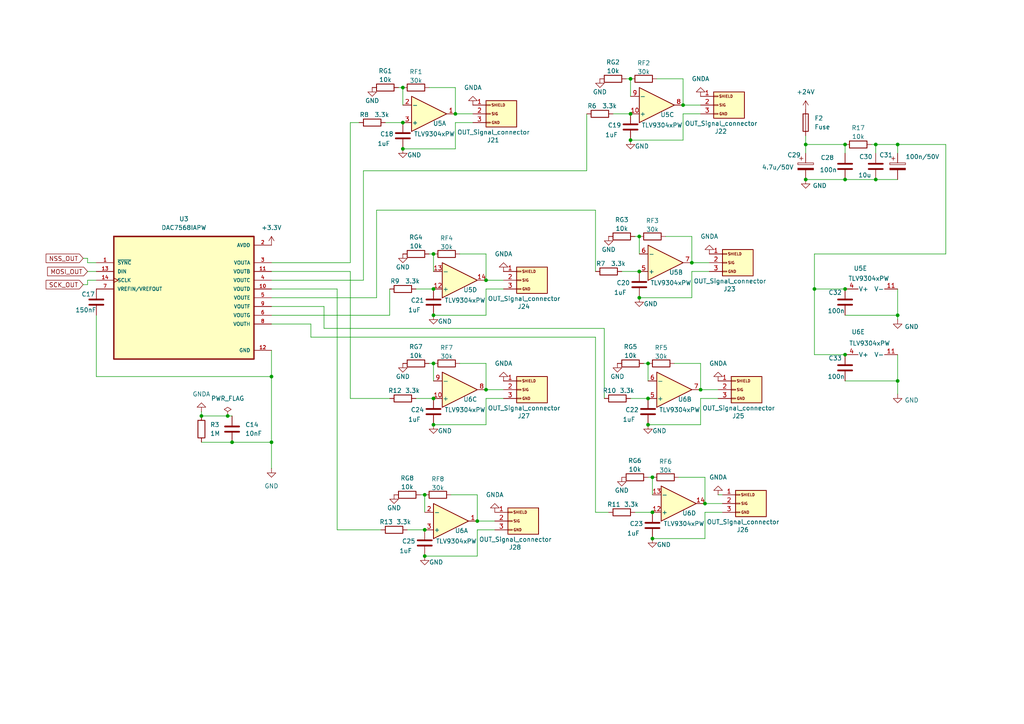
<source format=kicad_sch>
(kicad_sch (version 20250114) (generator "eeschema") (generator_version "9.0")
  (paper "A4")
  (lib_symbols
    (symbol "Amplifier_Operational:TLV9304xPW" (pin_names (offset 0.127))
      (property "Reference" "U" (at 0 5.08 0))
      (property "Value" "TLV9304xPW" (at 0 -5.08 0))
      (symbol "TLV9304xPW_1_1"
        (polyline (pts (xy -5.08 5.08) (xy 5.08 0) (xy -5.08 -5.08) (xy -5.08 5.08)) (stroke (width 0.254)) (fill (type background)))
        (pin input line (at -7.62 2.54 0) (length 2.54) (name "+") (number "3"))
        (pin input line (at -7.62 -2.54 0) (length 2.54) (name "-") (number "2"))
        (pin output line (at 7.62 0 180) (length 2.54) (name "~") (number "1"))
      )
      (symbol "TLV9304xPW_2_1"
        (polyline (pts (xy -5.08 5.08) (xy 5.08 0) (xy -5.08 -5.08) (xy -5.08 5.08)) (stroke (width 0.254)) (fill (type background)))
        (pin input line (at -7.62 2.54 0) (length 2.54) (name "+") (number "5"))
        (pin input line (at -7.62 -2.54 0) (length 2.54) (name "-") (number "6"))
        (pin output line (at 7.62 0 180) (length 2.54) (name "~") (number "7"))
      )
      (symbol "TLV9304xPW_3_1"
        (polyline (pts (xy -5.08 5.08) (xy 5.08 0) (xy -5.08 -5.08) (xy -5.08 5.08)) (stroke (width 0.254)) (fill (type background)))
        (pin input line (at -7.62 2.54 0) (length 2.54) (name "+") (number "10"))
        (pin input line (at -7.62 -2.54 0) (length 2.54) (name "-") (number "9"))
        (pin output line (at 7.62 0 180) (length 2.54) (name "~") (number "8"))
      )
      (symbol "TLV9304xPW_4_1"
        (polyline (pts (xy -5.08 5.08) (xy 5.08 0) (xy -5.08 -5.08) (xy -5.08 5.08)) (stroke (width 0.254)) (fill (type background)))
        (pin input line (at -7.62 2.54 0) (length 2.54) (name "+") (number "12"))
        (pin input line (at -7.62 -2.54 0) (length 2.54) (name "-") (number "13"))
        (pin output line (at 7.62 0 180) (length 2.54) (name "~") (number "14"))
      )
      (symbol "TLV9304xPW_5_1"
        (pin power_in line (at -2.54 7.62 270) (length 3.81) (name "V+") (number "4"))
        (pin power_in line (at -2.54 -7.62 90) (length 3.81) (name "V-") (number "11"))
      )
    )
    (symbol "Conn_01x04_1" (pin_names (offset 1.016) (hide yes))
      (property "Reference" "J6" (at 8.89 0.0001 0))
      (property "Value" "OUT_Signal_connector" (at 8.89 -2.5399 0))
      (symbol "Conn_01x04_1_1_1"
        (rectangle (start -1.27 3.81) (end 7.62 -3.81) (stroke (width 0.254)) (fill (type background)))
        (rectangle (start -1.27 2.667) (end 0 2.413) (stroke (width 0.1524)))
        (rectangle (start -1.27 0.127) (end 0 -0.127) (stroke (width 0.1524)))
        (rectangle (start -1.27 -2.413) (end 0 -2.667) (stroke (width 0.1524)))
        (text "SIG" (at 1.27 0 0) (effects (font (size 0.762 0.762))))
        (text "GND\n" (at 1.524 -2.54 0) (effects (font (size 0.762 0.762))))
        (text "SHIELD\n" (at 2.286 2.54 0) (effects (font (size 0.762 0.762))))
        (pin passive line (at -5.08 2.54 0) (length 3.81) (name "SHIELD") (number "1"))
        (pin passive line (at -5.08 0 0) (length 3.81) (name "GND") (number "2"))
        (pin passive line (at -5.08 -2.54 0) (length 3.81) (name "SIG") (number "3"))
      )
    )
    (symbol "DAC7568IAPW:DAC7568IAPW" (pin_names (offset 1.016))
      (property "Reference" "U" (at -20.32 18.78 0))
      (property "Value" "DAC7568IAPW" (at -20.32 -21.78 0))
      (symbol "DAC7568IAPW_0_0"
        (rectangle (start -20.32 -17.78) (end 20.32 17.78) (stroke (width 0.41)) (fill (type background)))
        (pin input line (at -25.4 10.16 0) (length 5.08) (name "~{SYNC}") (number "1"))
        (pin input line (at -25.4 7.62 0) (length 5.08) (name "DIN") (number "13"))
        (pin input clock (at -25.4 5.08 0) (length 5.08) (name "SCLK") (number "14"))
        (pin input line (at -25.4 2.54 0) (length 5.08) (name "VREFIN/VREFOUT") (number "7"))
        (pin power_in line (at 25.4 15.24 180) (length 5.08) (name "AVDD") (number "2"))
        (pin output line (at 25.4 10.16 180) (length 5.08) (name "VOUTA") (number "3"))
        (pin output line (at 25.4 7.62 180) (length 5.08) (name "VOUTB") (number "11"))
        (pin output line (at 25.4 5.08 180) (length 5.08) (name "VOUTC") (number "4"))
        (pin output line (at 25.4 2.54 180) (length 5.08) (name "VOUTD") (number "10"))
        (pin output line (at 25.4 0 180) (length 5.08) (name "VOUTE") (number "5"))
        (pin output line (at 25.4 -2.54 180) (length 5.08) (name "VOUTF") (number "9"))
        (pin output line (at 25.4 -5.08 180) (length 5.08) (name "VOUTG") (number "6"))
        (pin output line (at 25.4 -7.62 180) (length 5.08) (name "VOUTH") (number "8"))
        (pin power_in line (at 25.4 -15.24 180) (length 5.08) (name "GND") (number "12"))
      )
    )
    (symbol "Device:C" (pin_numbers (hide yes)) (pin_names (offset 0.254))
      (property "Reference" "C" (at 0.635 2.54 0))
      (property "Value" "C" (at 0.635 -2.54 0))
      (symbol "C_0_1"
        (polyline (pts (xy -2.032 0.762) (xy 2.032 0.762)) (stroke (width 0.508)))
        (polyline (pts (xy -2.032 -0.762) (xy 2.032 -0.762)) (stroke (width 0.508)))
      )
      (symbol "C_1_1"
        (pin passive line (at 0 3.81 270) (length 2.794) (name "~") (number "1"))
        (pin passive line (at 0 -3.81 90) (length 2.794) (name "~") (number "2"))
      )
    )
    (symbol "Device:C_Polarized" (pin_numbers (hide yes)) (pin_names (offset 0.254))
      (property "Reference" "C" (at 0.635 2.54 0))
      (property "Value" "C_Polarized" (at 0.635 -2.54 0))
      (symbol "C_Polarized_0_1"
        (rectangle (start -2.286 0.508) (end 2.286 1.016))
        (polyline (pts (xy -1.778 2.286) (xy -0.762 2.286)))
        (polyline (pts (xy -1.27 2.794) (xy -1.27 1.778)))
        (rectangle (start 2.286 -0.508) (end -2.286 -1.016) (fill (type outline)))
      )
      (symbol "C_Polarized_1_1"
        (pin passive line (at 0 3.81 270) (length 2.794) (name "~") (number "1"))
        (pin passive line (at 0 -3.81 90) (length 2.794) (name "~") (number "2"))
      )
    )
    (symbol "Device:Fuse" (pin_numbers (hide yes)) (pin_names (offset 0))
      (property "Reference" "F" (at 2.032 0 90))
      (property "Value" "Fuse" (at -1.905 0 90))
      (symbol "Fuse_0_1"
        (rectangle (start -0.762 -2.54) (end 0.762 2.54) (stroke (width 0.254)))
        (polyline (pts (xy 0 2.54) (xy 0 -2.54)))
      )
      (symbol "Fuse_1_1"
        (pin passive line (at 0 3.81 270) (length 1.27) (name "~") (number "1"))
        (pin passive line (at 0 -3.81 90) (length 1.27) (name "~") (number "2"))
      )
    )
    (symbol "Device:R" (pin_numbers (hide yes)) (pin_names (offset 0))
      (property "Reference" "R" (at 2.032 0 90))
      (property "Value" "R" (at 0 0 90))
      (symbol "R_0_1"
        (rectangle (start -1.016 -2.54) (end 1.016 2.54) (stroke (width 0.254)))
      )
      (symbol "R_1_1"
        (pin passive line (at 0 3.81 270) (length 1.27) (name "~") (number "1"))
        (pin passive line (at 0 -3.81 90) (length 1.27) (name "~") (number "2"))
      )
    )
    (symbol "power:+24V" (power) (pin_numbers (hide yes)) (pin_names (offset 0) (hide yes))
      (property "Value" "+24V" (at 0 3.556 0))
      (symbol "+24V_0_1"
        (polyline (pts (xy -0.762 1.27) (xy 0 2.54)))
        (polyline (pts (xy 0 2.54) (xy 0.762 1.27)))
        (polyline (pts (xy 0 0) (xy 0 2.54)))
      )
      (symbol "+24V_1_1"
        (pin power_in line (at 0 0 90) (length 0) (name "~") (number "1"))
      )
    )
    (symbol "power:+3.3V" (power) (pin_numbers (hide yes)) (pin_names (offset 0) (hide yes))
      (property "Value" "+3.3V" (at 0 3.556 0))
      (symbol "+3.3V_0_1"
        (polyline (pts (xy -0.762 1.27) (xy 0 2.54)))
        (polyline (pts (xy 0 2.54) (xy 0.762 1.27)))
        (polyline (pts (xy 0 0) (xy 0 2.54)))
      )
      (symbol "+3.3V_1_1"
        (pin power_in line (at 0 0 90) (length 0) (name "~") (number "1"))
      )
    )
    (symbol "power:GND" (power) (pin_numbers (hide yes)) (pin_names (offset 0) (hide yes))
      (property "Value" "GND" (at 0 -3.81 0))
      (symbol "GND_0_1"
        (polyline (pts (xy 0 0) (xy 0 -1.27) (xy 1.27 -1.27) (xy 0 -2.54) (xy -1.27 -1.27) (xy 0 -1.27)))
      )
      (symbol "GND_1_1"
        (pin power_in line (at 0 0 270) (length 0) (name "~") (number "1"))
      )
    )
    (symbol "power:GNDA" (power) (pin_numbers (hide yes)) (pin_names (offset 0) (hide yes))
      (property "Value" "GNDA" (at 0 -3.81 0))
      (symbol "GNDA_0_1"
        (polyline (pts (xy 0 0) (xy 0 -1.27) (xy 1.27 -1.27) (xy 0 -2.54) (xy -1.27 -1.27) (xy 0 -1.27)))
      )
      (symbol "GNDA_1_1"
        (pin power_in line (at 0 0 270) (length 0) (name "~") (number "1"))
      )
    )
    (symbol "power:PWR_FLAG" (power) (pin_numbers (hide yes)) (pin_names (offset 0) (hide yes))
      (property "Value" "PWR_FLAG" (at 0 3.81 0))
      (symbol "PWR_FLAG_0_0"
        (pin power_out line (at 0 0 90) (length 0) (name "~") (number "1"))
      )
      (symbol "PWR_FLAG_0_1"
        (polyline (pts (xy 0 0) (xy 0 1.27) (xy -1.016 1.905) (xy 0 2.54) (xy 1.016 1.905) (xy 0 1.27)))
      )
    )
  )
  (junction (at 198.12 30.48))
  (junction (at 185.42 86.36))
  (junction (at 132.08 33.02))
  (junction (at 125.73 105.41))
  (junction (at 245.11 52.07))
  (junction (at 204.47 146.05))
  (junction (at 116.84 35.56))
  (junction (at 254 41.91))
  (junction (at 189.23 138.43))
  (junction (at 123.19 161.29))
  (junction (at 189.23 148.59))
  (junction (at 78.74 128.27))
  (junction (at 140.97 113.03))
  (junction (at 245.11 41.91))
  (junction (at 138.43 151.13))
  (junction (at 116.84 25.4))
  (junction (at 185.42 78.74))
  (junction (at 125.73 91.44))
  (junction (at 125.73 115.57))
  (junction (at 58.42 120.65))
  (junction (at 233.68 52.07))
  (junction (at 182.88 33.02))
  (junction (at 125.73 83.82))
  (junction (at 67.31 128.27))
  (junction (at 140.97 81.28))
  (junction (at 116.84 43.18))
  (junction (at 245.11 83.82))
  (junction (at 66.04 120.65))
  (junction (at 187.96 123.19))
  (junction (at 123.19 143.51))
  (junction (at 260.35 91.44))
  (junction (at 78.74 109.22))
  (junction (at 125.73 123.19))
  (junction (at 233.68 41.91))
  (junction (at 260.35 41.91))
  (junction (at 200.66 76.2))
  (junction (at 203.2 113.03))
  (junction (at 185.42 68.58))
  (junction (at 189.23 156.21))
  (junction (at 260.35 110.49))
  (junction (at 125.73 73.66))
  (junction (at 123.19 153.67))
  (junction (at 187.96 105.41))
  (junction (at 187.96 115.57))
  (junction (at 245.11 102.87))
  (junction (at 182.88 22.86))
  (junction (at 236.22 83.82))
  (junction (at 182.88 40.64))
  (junction (at 254 52.07))
  (wire (pts (xy 260.35 114.3) (xy 260.35 110.49)))
  (wire (pts (xy 78.74 78.74) (xy 101.6 78.74)))
  (wire (pts (xy 78.74 135.89) (xy 78.74 128.27)))
  (wire (pts (xy 182.88 115.57) (xy 187.96 115.57)))
  (wire (pts (xy 204.47 156.21) (xy 204.47 148.59)))
  (wire (pts (xy 245.11 91.44) (xy 260.35 91.44)))
  (wire (pts (xy 124.46 105.41) (xy 125.73 105.41)))
  (wire (pts (xy 133.35 73.66) (xy 140.97 73.66)))
  (wire (pts (xy 187.96 110.49) (xy 187.96 105.41)))
  (wire (pts (xy 138.43 151.13) (xy 143.51 151.13)))
  (wire (pts (xy 111.76 35.56) (xy 116.84 35.56)))
  (wire (pts (xy 233.68 39.37) (xy 233.68 41.91)))
  (wire (pts (xy 195.58 105.41) (xy 203.2 105.41)))
  (wire (pts (xy 185.42 86.36) (xy 200.66 86.36)))
  (wire (pts (xy 236.22 102.87) (xy 245.11 102.87)))
  (wire (pts (xy 123.19 148.59) (xy 123.19 143.51)))
  (wire (pts (xy 93.98 88.9) (xy 93.98 95.25)))
  (wire (pts (xy 125.73 110.49) (xy 125.73 105.41)))
  (wire (pts (xy 208.28 143.51) (xy 209.55 143.51)))
  (wire (pts (xy 260.35 41.91) (xy 274.32 41.91)))
  (wire (pts (xy 25.4 78.74) (xy 27.94 78.74)))
  (wire (pts (xy 101.6 115.57) (xy 113.03 115.57)))
  (wire (pts (xy 172.72 148.59) (xy 176.53 148.59)))
  (wire (pts (xy 245.11 41.91) (xy 245.11 44.45)))
  (wire (pts (xy 105.41 49.53) (xy 170.18 49.53)))
  (wire (pts (xy 175.26 95.25) (xy 175.26 115.57)))
  (wire (pts (xy 125.73 78.74) (xy 125.73 73.66)))
  (wire (pts (xy 27.94 76.2) (xy 25.4 76.2)))
  (wire (pts (xy 140.97 73.66) (xy 140.97 81.28)))
  (wire (pts (xy 233.68 41.91) (xy 233.68 44.45)))
  (wire (pts (xy 113.03 91.44) (xy 113.03 83.82)))
  (wire (pts (xy 27.94 91.44) (xy 27.94 109.22)))
  (wire (pts (xy 196.85 138.43) (xy 204.47 138.43)))
  (wire (pts (xy 109.22 86.36) (xy 109.22 60.96)))
  (wire (pts (xy 132.08 33.02) (xy 137.16 33.02)))
  (wire (pts (xy 254 41.91) (xy 260.35 41.91)))
  (wire (pts (xy 172.72 60.96) (xy 172.72 78.74)))
  (wire (pts (xy 125.73 91.44) (xy 140.97 91.44)))
  (wire (pts (xy 236.22 83.82) (xy 245.11 83.82)))
  (wire (pts (xy 101.6 78.74) (xy 101.6 115.57)))
  (wire (pts (xy 97.79 153.67) (xy 110.49 153.67)))
  (wire (pts (xy 203.2 113.03) (xy 208.28 113.03)))
  (wire (pts (xy 116.84 43.18) (xy 132.08 43.18)))
  (wire (pts (xy 67.31 128.27) (xy 78.74 128.27)))
  (wire (pts (xy 140.97 123.19) (xy 140.97 115.57)))
  (wire (pts (xy 189.23 156.21) (xy 204.47 156.21)))
  (wire (pts (xy 121.92 143.51) (xy 123.19 143.51)))
  (wire (pts (xy 132.08 25.4) (xy 132.08 33.02)))
  (wire (pts (xy 93.98 95.25) (xy 175.26 95.25)))
  (wire (pts (xy 182.88 40.64) (xy 198.12 40.64)))
  (wire (pts (xy 78.74 76.2) (xy 101.6 76.2)))
  (wire (pts (xy 140.97 81.28) (xy 146.05 81.28)))
  (wire (pts (xy 204.47 148.59) (xy 209.55 148.59)))
  (wire (pts (xy 140.97 83.82) (xy 146.05 83.82)))
  (wire (pts (xy 274.32 41.91) (xy 274.32 73.66)))
  (wire (pts (xy 252.73 41.91) (xy 254 41.91)))
  (wire (pts (xy 236.22 73.66) (xy 236.22 83.82)))
  (wire (pts (xy 233.68 52.07) (xy 245.11 52.07)))
  (wire (pts (xy 25.4 76.2) (xy 25.4 74.93)))
  (wire (pts (xy 90.17 93.98) (xy 90.17 97.79)))
  (wire (pts (xy 25.4 81.28) (xy 27.94 81.28)))
  (wire (pts (xy 189.23 143.51) (xy 189.23 138.43)))
  (wire (pts (xy 58.42 120.65) (xy 66.04 120.65)))
  (wire (pts (xy 184.15 68.58) (xy 185.42 68.58)))
  (wire (pts (xy 190.5 22.86) (xy 198.12 22.86)))
  (wire (pts (xy 125.73 123.19) (xy 140.97 123.19)))
  (wire (pts (xy 24.13 82.55) (xy 25.4 82.55)))
  (wire (pts (xy 200.66 76.2) (xy 205.74 76.2)))
  (wire (pts (xy 140.97 91.44) (xy 140.97 83.82)))
  (wire (pts (xy 187.96 138.43) (xy 189.23 138.43)))
  (wire (pts (xy 198.12 22.86) (xy 198.12 30.48)))
  (wire (pts (xy 66.04 120.65) (xy 67.31 120.65)))
  (wire (pts (xy 105.41 81.28) (xy 105.41 49.53)))
  (wire (pts (xy 236.22 83.82) (xy 236.22 102.87)))
  (wire (pts (xy 25.4 82.55) (xy 25.4 81.28)))
  (wire (pts (xy 177.8 33.02) (xy 182.88 33.02)))
  (wire (pts (xy 78.74 83.82) (xy 97.79 83.82)))
  (wire (pts (xy 254 41.91) (xy 254 44.45)))
  (wire (pts (xy 204.47 146.05) (xy 209.55 146.05)))
  (wire (pts (xy 118.11 153.67) (xy 123.19 153.67)))
  (wire (pts (xy 124.46 25.4) (xy 132.08 25.4)))
  (wire (pts (xy 184.15 148.59) (xy 189.23 148.59)))
  (wire (pts (xy 200.66 68.58) (xy 200.66 76.2)))
  (wire (pts (xy 138.43 153.67) (xy 143.51 153.67)))
  (wire (pts (xy 170.18 49.53) (xy 170.18 33.02)))
  (wire (pts (xy 78.74 109.22) (xy 78.74 101.6)))
  (wire (pts (xy 138.43 143.51) (xy 138.43 151.13)))
  (wire (pts (xy 78.74 93.98) (xy 90.17 93.98)))
  (wire (pts (xy 245.11 52.07) (xy 254 52.07)))
  (wire (pts (xy 245.11 41.91) (xy 233.68 41.91)))
  (wire (pts (xy 78.74 86.36) (xy 109.22 86.36)))
  (wire (pts (xy 245.11 110.49) (xy 260.35 110.49)))
  (wire (pts (xy 140.97 105.41) (xy 140.97 113.03)))
  (wire (pts (xy 186.69 105.41) (xy 187.96 105.41)))
  (wire (pts (xy 132.08 35.56) (xy 137.16 35.56)))
  (wire (pts (xy 254 52.07) (xy 260.35 52.07)))
  (wire (pts (xy 203.2 123.19) (xy 203.2 115.57)))
  (wire (pts (xy 130.81 143.51) (xy 138.43 143.51)))
  (wire (pts (xy 260.35 92.71) (xy 260.35 91.44)))
  (wire (pts (xy 203.2 115.57) (xy 208.28 115.57)))
  (wire (pts (xy 203.2 105.41) (xy 203.2 113.03)))
  (wire (pts (xy 101.6 35.56) (xy 104.14 35.56)))
  (wire (pts (xy 58.42 119.38) (xy 58.42 120.65)))
  (wire (pts (xy 193.04 68.58) (xy 200.66 68.58)))
  (wire (pts (xy 274.32 73.66) (xy 236.22 73.66)))
  (wire (pts (xy 115.57 25.4) (xy 116.84 25.4)))
  (wire (pts (xy 187.96 123.19) (xy 203.2 123.19)))
  (wire (pts (xy 133.35 105.41) (xy 140.97 105.41)))
  (wire (pts (xy 200.66 78.74) (xy 205.74 78.74)))
  (wire (pts (xy 58.42 128.27) (xy 67.31 128.27)))
  (wire (pts (xy 78.74 91.44) (xy 113.03 91.44)))
  (wire (pts (xy 182.88 27.94) (xy 182.88 22.86)))
  (wire (pts (xy 78.74 88.9) (xy 93.98 88.9)))
  (wire (pts (xy 97.79 83.82) (xy 97.79 153.67)))
  (wire (pts (xy 198.12 30.48) (xy 203.2 30.48)))
  (wire (pts (xy 140.97 115.57) (xy 146.05 115.57)))
  (wire (pts (xy 120.65 115.57) (xy 125.73 115.57)))
  (wire (pts (xy 204.47 138.43) (xy 204.47 146.05)))
  (wire (pts (xy 140.97 113.03) (xy 146.05 113.03)))
  (wire (pts (xy 260.35 41.91) (xy 260.35 44.45)))
  (wire (pts (xy 260.35 91.44) (xy 260.35 83.82)))
  (wire (pts (xy 109.22 60.96) (xy 172.72 60.96)))
  (wire (pts (xy 78.74 128.27) (xy 78.74 109.22)))
  (wire (pts (xy 198.12 40.64) (xy 198.12 33.02)))
  (wire (pts (xy 180.34 78.74) (xy 185.42 78.74)))
  (wire (pts (xy 185.42 73.66) (xy 185.42 68.58)))
  (wire (pts (xy 200.66 86.36) (xy 200.66 78.74)))
  (wire (pts (xy 90.17 97.79) (xy 172.72 97.79)))
  (wire (pts (xy 181.61 22.86) (xy 182.88 22.86)))
  (wire (pts (xy 27.94 109.22) (xy 78.74 109.22)))
  (wire (pts (xy 132.08 43.18) (xy 132.08 35.56)))
  (wire (pts (xy 124.46 73.66) (xy 125.73 73.66)))
  (wire (pts (xy 116.84 30.48) (xy 116.84 25.4)))
  (wire (pts (xy 260.35 110.49) (xy 260.35 102.87)))
  (wire (pts (xy 25.4 74.93) (xy 24.13 74.93)))
  (wire (pts (xy 172.72 97.79) (xy 172.72 148.59)))
  (wire (pts (xy 123.19 161.29) (xy 138.43 161.29)))
  (wire (pts (xy 101.6 76.2) (xy 101.6 35.56)))
  (wire (pts (xy 198.12 33.02) (xy 203.2 33.02)))
  (wire (pts (xy 138.43 161.29) (xy 138.43 153.67)))
  (wire (pts (xy 78.74 81.28) (xy 105.41 81.28)))
  (wire (pts (xy 120.65 83.82) (xy 125.73 83.82)))
  (global_label "NSS_OUT" (shape input) (at 24.13 74.93 180) (property "Intersheetrefs" "${INTERSHEET_REFS}" (effects (hide yes))))
  (global_label "SCK_OUT" (shape input) (at 24.13 82.55 180) (property "Intersheetrefs" "${INTERSHEET_REFS}" (effects (hide yes))))
  (global_label "MOSI_OUT" (shape input) (at 25.4 78.74 180) (property "Intersheetrefs" "${INTERSHEET_REFS}" (effects (hide yes))))
  (symbol (lib_id "Device:R") (at 191.77 105.41 90) (unit 1)
    (property "Reference" "RF5" (at 191.77 100.838 90))
    (property "Value" "30k" (at 191.77 103.378 90))
    (property "Footprint" "Resistor_SMD:R_0805_2012Metric_Pad1.20x1.40mm_HandSolder" (effects (hide yes)))
    (property "Description" "Resistor" (effects (hide yes)))
  )
  (symbol (lib_id "Amplifier_Operational:TLV9304xPW") (at 196.85 146.05 0) (mirror x) (unit 4)
    (property "Reference" "U6" (at 199.898 148.844 0))
    (property "Value" "TLV9304xPW" (at 198.374 151.892 0))
    (property "Footprint" "Package_SO:TSSOP-14_4.4x5mm_P0.65mm" (effects (hide yes)))
    (property "Datasheet" "https://www.ti.com/lit/ds/symlink/tlv9304.pdf" (effects (hide yes)))
    (property "Description" "40-V, 1-MHz, RRO Operational Amplifiers for Cost-Sensitive Systems, TSSOP-14" (effects (hide yes)))
  )
  (symbol (lib_id "Device:R") (at 107.95 35.56 90) (unit 1)
    (property "Reference" "R8" (at 105.664 33.274 90))
    (property "Value" "3.3k" (at 110.744 33.274 90))
    (property "Footprint" "Resistor_SMD:R_0805_2012Metric_Pad1.20x1.40mm_HandSolder" (effects (hide yes)))
    (property "Description" "Resistor" (effects (hide yes)))
  )
  (symbol (lib_id "Device:C") (at 125.73 119.38 0) (unit 1)
    (property "Reference" "C24" (at 119.126 118.872 0) (effects (justify left)))
    (property "Value" "1uF" (at 118.364 121.666 0) (effects (justify left)))
    (property "Footprint" "Capacitor_SMD:C_0805_2012Metric_Pad1.18x1.45mm_HandSolder" (effects (hide yes)))
    (property "Description" "Unpolarized capacitor" (effects (hide yes)))
  )
  (symbol (lib_id "Amplifier_Operational:TLV9304xPW") (at 133.35 113.03 0) (mirror x) (unit 3)
    (property "Reference" "U6" (at 136.398 115.824 0))
    (property "Value" "TLV9304xPW" (at 134.874 118.872 0))
    (property "Footprint" "Package_SO:TSSOP-14_4.4x5mm_P0.65mm" (effects (hide yes)))
    (property "Datasheet" "https://www.ti.com/lit/ds/symlink/tlv9304.pdf" (effects (hide yes)))
    (property "Description" "40-V, 1-MHz, RRO Operational Amplifiers for Cost-Sensitive Systems, TSSOP-14" (effects (hide yes)))
  )
  (symbol (lib_id "Device:C") (at 245.11 87.63 0) (unit 1)
    (property "Reference" "C32" (at 240.284 84.836 0) (effects (justify left)))
    (property "Value" "100n" (at 240.03 90.17 0) (effects (justify left)))
    (property "Footprint" "Capacitor_SMD:C_0805_2012Metric_Pad1.18x1.45mm_HandSolder" (effects (hide yes)))
    (property "Description" "Unpolarized capacitor" (effects (hide yes)))
  )
  (symbol (lib_id "Device:R") (at 180.34 148.59 90) (unit 1)
    (property "Reference" "R11" (at 178.054 146.304 90))
    (property "Value" "3.3k" (at 183.134 146.304 90))
    (property "Footprint" "Resistor_SMD:R_0805_2012Metric_Pad1.20x1.40mm_HandSolder" (effects (hide yes)))
    (property "Description" "Resistor" (effects (hide yes)))
  )
  (symbol (lib_id "Device:Fuse") (at 233.68 35.56 180) (unit 1)
    (property "Reference" "F2" (at 236.22 34.2899 0) (effects (justify right)))
    (property "Value" "Fuse" (at 236.22 36.8299 0) (effects (justify right)))
    (property "Footprint" "Fuse:Fuse_1812_4532Metric_Pad1.30x3.40mm_HandSolder" (effects (hide yes)))
    (property "Description" "Fuse" (effects (hide yes)))
  )
  (symbol (lib_id "Device:R") (at 189.23 68.58 90) (unit 1)
    (property "Reference" "RF3" (at 189.23 64.008 90))
    (property "Value" "30k" (at 189.23 66.548 90))
    (property "Footprint" "Resistor_SMD:R_0805_2012Metric_Pad1.20x1.40mm_HandSolder" (effects (hide yes)))
    (property "Description" "Resistor" (effects (hide yes)))
  )
  (symbol (lib_id "power:GND") (at 233.68 52.07 0) (unit 1)
    (property "Reference" "#PWR042" (effects (hide yes)))
    (property "Value" "GND" (at 237.744 53.848 0))
    (property "Description" "Power symbol creates a global label with name \"GND\" , ground" (effects (hide yes)))
  )
  (symbol (lib_name "Conn_01x04_1") (lib_id "Connector_Generic:Conn_01x04") (at 210.82 76.2 0) (unit 1)
    (property "Reference" "J23" (at 209.804 83.82 0) (effects (justify left)))
    (property "Value" "OUT_Signal_connector" (at 201.168 81.534 0) (effects (justify left)))
    (property "Footprint" "Connector_Phoenix_MC:PhoenixContact_MCV_1,5_3-G-3.5_1x03_P3.50mm_Vertical" (effects (hide yes)))
    (property "Description" "Generic connector, single row, 01x04, script generated (kicad-library-utils/schlib/autogen/connector/)" (effects (hide yes)))
  )
  (symbol (lib_id "Device:C") (at 185.42 82.55 0) (unit 1)
    (property "Reference" "C20" (at 178.816 82.042 0) (effects (justify left)))
    (property "Value" "1uF" (at 178.054 84.836 0) (effects (justify left)))
    (property "Footprint" "Capacitor_SMD:C_0805_2012Metric_Pad1.18x1.45mm_HandSolder" (effects (hide yes)))
    (property "Description" "Unpolarized capacitor" (effects (hide yes)))
  )
  (symbol (lib_id "Device:C") (at 187.96 119.38 0) (unit 1)
    (property "Reference" "C22" (at 181.356 118.872 0) (effects (justify left)))
    (property "Value" "1uF" (at 180.594 121.666 0) (effects (justify left)))
    (property "Footprint" "Capacitor_SMD:C_0805_2012Metric_Pad1.18x1.45mm_HandSolder" (effects (hide yes)))
    (property "Description" "Unpolarized capacitor" (effects (hide yes)))
  )
  (symbol (lib_id "power:GND") (at 189.23 156.21 0) (unit 1)
    (property "Reference" "#PWR028" (effects (hide yes)))
    (property "Value" "GND" (at 192.532 157.988 0))
    (property "Description" "Power symbol creates a global label with name \"GND\" , ground" (effects (hide yes)))
  )
  (symbol (lib_id "power:GND") (at 78.74 135.89 0) (unit 1)
    (property "Reference" "#PWR016" (effects (hide yes)))
    (property "Value" "GND" (at 78.74 140.97 0))
    (property "Description" "Power symbol creates a global label with name \"GND\" , ground" (effects (hide yes)))
  )
  (symbol (lib_name "Conn_01x04_1") (lib_id "Connector_Generic:Conn_01x04") (at 148.59 151.13 0) (unit 1)
    (property "Reference" "J28" (at 147.574 158.75 0) (effects (justify left)))
    (property "Value" "OUT_Signal_connector" (at 138.938 156.464 0) (effects (justify left)))
    (property "Footprint" "Connector_Phoenix_MC:PhoenixContact_MCV_1,5_3-G-3.5_1x03_P3.50mm_Vertical" (effects (hide yes)))
    (property "Description" "Generic connector, single row, 01x04, script generated (kicad-library-utils/schlib/autogen/connector/)" (effects (hide yes)))
  )
  (symbol (lib_id "Device:R") (at 129.54 105.41 90) (unit 1)
    (property "Reference" "RF7" (at 129.54 100.838 90))
    (property "Value" "30k" (at 129.54 103.378 90))
    (property "Footprint" "Resistor_SMD:R_0805_2012Metric_Pad1.20x1.40mm_HandSolder" (effects (hide yes)))
    (property "Description" "Resistor" (effects (hide yes)))
  )
  (symbol (lib_id "Device:R") (at 120.65 105.41 270) (unit 1)
    (property "Reference" "RG7" (at 120.65 100.584 90))
    (property "Value" "10k" (at 120.65 103.124 90))
    (property "Footprint" "Resistor_SMD:R_0805_2012Metric_Pad1.20x1.40mm_HandSolder" (effects (hide yes)))
    (property "Description" "Resistor" (effects (hide yes)))
  )
  (symbol (lib_id "Amplifier_Operational:TLV9304xPW") (at 130.81 151.13 0) (mirror x) (unit 1)
    (property "Reference" "U6" (at 133.858 153.924 0))
    (property "Value" "TLV9304xPW" (at 132.334 156.972 0))
    (property "Footprint" "Package_SO:TSSOP-14_4.4x5mm_P0.65mm" (effects (hide yes)))
    (property "Datasheet" "https://www.ti.com/lit/ds/symlink/tlv9304.pdf" (effects (hide yes)))
    (property "Description" "40-V, 1-MHz, RRO Operational Amplifiers for Cost-Sensitive Systems, TSSOP-14" (effects (hide yes)))
  )
  (symbol (lib_id "power:GNDA") (at 137.16 30.48 180) (unit 1)
    (property "Reference" "#PWR056" (effects (hide yes)))
    (property "Value" "GNDA" (at 137.16 25.4 0))
    (property "Description" "Power symbol creates a global label with name \"GNDA\" , analog ground" (effects (hide yes)))
  )
  (symbol (lib_id "power:GND") (at 185.42 86.36 0) (unit 1)
    (property "Reference" "#PWR022" (effects (hide yes)))
    (property "Value" "GND" (at 188.722 88.138 0))
    (property "Description" "Power symbol creates a global label with name \"GND\" , ground" (effects (hide yes)))
  )
  (symbol (lib_id "Device:C") (at 245.11 48.26 0) (unit 1)
    (property "Reference" "C28" (at 237.998 45.72 0) (effects (justify left)))
    (property "Value" "100n" (at 237.744 49.276 0) (effects (justify left)))
    (property "Footprint" "Capacitor_SMD:C_0805_2012Metric_Pad1.18x1.45mm_HandSolder" (effects (hide yes)))
    (property "Description" "Unpolarized capacitor" (effects (hide yes)))
  )
  (symbol (lib_id "power:GND") (at 182.88 40.64 0) (unit 1)
    (property "Reference" "#PWR020" (effects (hide yes)))
    (property "Value" "GND" (at 186.182 42.418 0))
    (property "Description" "Power symbol creates a global label with name \"GND\" , ground" (effects (hide yes)))
  )
  (symbol (lib_id "power:GND") (at 173.99 22.86 0) (unit 1)
    (property "Reference" "#PWR019" (effects (hide yes)))
    (property "Value" "GND" (at 173.99 26.67 0))
    (property "Description" "Power symbol creates a global label with name \"GND\" , ground" (effects (hide yes)))
  )
  (symbol (lib_id "Device:R") (at 173.99 33.02 90) (unit 1)
    (property "Reference" "R6" (at 171.704 30.734 90))
    (property "Value" "3.3k" (at 176.784 30.734 90))
    (property "Footprint" "Resistor_SMD:R_0805_2012Metric_Pad1.20x1.40mm_HandSolder" (effects (hide yes)))
    (property "Description" "Resistor" (effects (hide yes)))
  )
  (symbol (lib_id "Device:C") (at 254 48.26 0) (unit 1)
    (property "Reference" "C30" (at 249.174 45.466 0) (effects (justify left)))
    (property "Value" "10u" (at 248.92 50.8 0) (effects (justify left)))
    (property "Footprint" "Capacitor_SMD:C_0805_2012Metric_Pad1.18x1.45mm_HandSolder" (effects (hide yes)))
    (property "Description" "Unpolarized capacitor" (effects (hide yes)))
  )
  (symbol (lib_id "power:GND") (at 187.96 123.19 0) (unit 1)
    (property "Reference" "#PWR026" (effects (hide yes)))
    (property "Value" "GND" (at 191.262 124.968 0))
    (property "Description" "Power symbol creates a global label with name \"GND\" , ground" (effects (hide yes)))
  )
  (symbol (lib_id "power:GND") (at 260.35 92.71 0) (unit 1)
    (property "Reference" "#PWR034" (effects (hide yes)))
    (property "Value" "GND" (at 264.414 94.742 0))
    (property "Description" "Power symbol creates a global label with name \"GND\" , ground" (effects (hide yes)))
  )
  (symbol (lib_name "Conn_01x04_1") (lib_id "Connector_Generic:Conn_01x04") (at 151.13 81.28 0) (unit 1)
    (property "Reference" "J24" (at 150.114 88.9 0) (effects (justify left)))
    (property "Value" "OUT_Signal_connector" (at 141.478 86.614 0) (effects (justify left)))
    (property "Footprint" "Connector_Phoenix_MC:PhoenixContact_MCV_1,5_3-G-3.5_1x03_P3.50mm_Vertical" (effects (hide yes)))
    (property "Description" "Generic connector, single row, 01x04, script generated (kicad-library-utils/schlib/autogen/connector/)" (effects (hide yes)))
  )
  (symbol (lib_name "Conn_01x04_1") (lib_id "Connector_Generic:Conn_01x04") (at 142.24 33.02 0) (unit 1)
    (property "Reference" "J21" (at 141.224 40.64 0) (effects (justify left)))
    (property "Value" "OUT_Signal_connector" (at 132.588 38.354 0) (effects (justify left)))
    (property "Footprint" "Connector_Phoenix_MC:PhoenixContact_MCV_1,5_3-G-3.5_1x03_P3.50mm_Vertical" (effects (hide yes)))
    (property "Description" "Generic connector, single row, 01x04, script generated (kicad-library-utils/schlib/autogen/connector/)" (effects (hide yes)))
  )
  (symbol (lib_id "Device:R") (at 116.84 83.82 90) (unit 1)
    (property "Reference" "R9" (at 114.554 81.534 90))
    (property "Value" "3.3k" (at 119.634 81.534 90))
    (property "Footprint" "Resistor_SMD:R_0805_2012Metric_Pad1.20x1.40mm_HandSolder" (effects (hide yes)))
    (property "Description" "Resistor" (effects (hide yes)))
  )
  (symbol (lib_id "Device:C_Polarized") (at 233.68 48.26 0) (unit 1)
    (property "Reference" "C29" (at 228.346 44.958 0) (effects (justify left)))
    (property "Value" "4.7u/50V" (at 220.98 48.514 0) (effects (justify left)))
    (property "Footprint" "Capacitor_SMD:C_2220_5750Metric_Pad1.97x5.40mm_HandSolder" (effects (hide yes)))
    (property "Description" "CAA572X7R1H476M670LJ" (effects (hide yes)))
  )
  (symbol (lib_id "Device:C") (at 125.73 87.63 0) (unit 1)
    (property "Reference" "C21" (at 119.126 87.122 0) (effects (justify left)))
    (property "Value" "1uF" (at 118.364 89.916 0) (effects (justify left)))
    (property "Footprint" "Capacitor_SMD:C_0805_2012Metric_Pad1.18x1.45mm_HandSolder" (effects (hide yes)))
    (property "Description" "Unpolarized capacitor" (effects (hide yes)))
  )
  (symbol (lib_name "Conn_01x04_1") (lib_id "Connector_Generic:Conn_01x04") (at 213.36 113.03 0) (unit 1)
    (property "Reference" "J25" (at 212.344 120.65 0) (effects (justify left)))
    (property "Value" "OUT_Signal_connector" (at 203.708 118.364 0) (effects (justify left)))
    (property "Footprint" "Connector_Phoenix_MC:PhoenixContact_MCV_1,5_3-G-3.5_1x03_P3.50mm_Vertical" (effects (hide yes)))
    (property "Description" "Generic connector, single row, 01x04, script generated (kicad-library-utils/schlib/autogen/connector/)" (effects (hide yes)))
  )
  (symbol (lib_id "power:GNDA") (at 208.28 110.49 180) (unit 1)
    (property "Reference" "#PWR050" (effects (hide yes)))
    (property "Value" "GNDA" (at 208.28 105.41 0))
    (property "Description" "Power symbol creates a global label with name \"GNDA\" , analog ground" (effects (hide yes)))
  )
  (symbol (lib_id "power:GND") (at 116.84 43.18 0) (unit 1)
    (property "Reference" "#PWR017" (effects (hide yes)))
    (property "Value" "GND" (at 120.142 44.958 0))
    (property "Description" "Power symbol creates a global label with name \"GND\" , ground" (effects (hide yes)))
  )
  (symbol (lib_id "Device:R") (at 120.65 25.4 90) (unit 1)
    (property "Reference" "RF1" (at 120.65 20.828 90))
    (property "Value" "30k" (at 120.65 23.368 90))
    (property "Footprint" "Resistor_SMD:R_0805_2012Metric_Pad1.20x1.40mm_HandSolder" (effects (hide yes)))
    (property "Description" "Resistor" (effects (hide yes)))
  )
  (symbol (lib_id "Device:C") (at 27.94 87.63 0) (unit 1)
    (property "Reference" "C17" (at 23.622 85.344 0) (effects (justify left)))
    (property "Value" "150nF" (at 21.844 89.916 0) (effects (justify left)))
    (property "Footprint" "Capacitor_SMD:C_0805_2012Metric_Pad1.18x1.45mm_HandSolder" (effects (hide yes)))
    (property "Description" "Unpolarized capacitor" (effects (hide yes)))
  )
  (symbol (lib_id "power:GND") (at 116.84 105.41 0) (unit 1)
    (property "Reference" "#PWR029" (effects (hide yes)))
    (property "Value" "GND" (at 116.84 109.22 0))
    (property "Description" "Power symbol creates a global label with name \"GND\" , ground" (effects (hide yes)))
  )
  (symbol (lib_id "Device:R") (at 127 143.51 90) (unit 1)
    (property "Reference" "RF8" (at 127 138.938 90))
    (property "Value" "30k" (at 127 141.478 90))
    (property "Footprint" "Resistor_SMD:R_0805_2012Metric_Pad1.20x1.40mm_HandSolder" (effects (hide yes)))
    (property "Description" "Resistor" (effects (hide yes)))
  )
  (symbol (lib_id "Device:C") (at 123.19 157.48 0) (unit 1)
    (property "Reference" "C25" (at 116.586 156.972 0) (effects (justify left)))
    (property "Value" "1uF" (at 115.824 159.766 0) (effects (justify left)))
    (property "Footprint" "Capacitor_SMD:C_0805_2012Metric_Pad1.18x1.45mm_HandSolder" (effects (hide yes)))
    (property "Description" "Unpolarized capacitor" (effects (hide yes)))
  )
  (symbol (lib_id "Amplifier_Operational:TLV9304xPW") (at 252.73 105.41 90) (mirror x) (unit 5)
    (property "Reference" "U6" (at 248.92 96.266 90))
    (property "Value" "TLV9304xPW" (at 252.222 99.568 90))
    (property "Footprint" "Package_SO:TSSOP-14_4.4x5mm_P0.65mm" (effects (hide yes)))
    (property "Datasheet" "https://www.ti.com/lit/ds/symlink/tlv9304.pdf" (effects (hide yes)))
    (property "Description" "40-V, 1-MHz, RRO Operational Amplifiers for Cost-Sensitive Systems, TSSOP-14" (effects (hide yes)))
  )
  (symbol (lib_id "Amplifier_Operational:TLV9304xPW") (at 195.58 113.03 0) (mirror x) (unit 2)
    (property "Reference" "U6" (at 198.628 115.824 0))
    (property "Value" "TLV9304xPW" (at 197.104 118.872 0))
    (property "Footprint" "Package_SO:TSSOP-14_4.4x5mm_P0.65mm" (effects (hide yes)))
    (property "Datasheet" "https://www.ti.com/lit/ds/symlink/tlv9304.pdf" (effects (hide yes)))
    (property "Description" "40-V, 1-MHz, RRO Operational Amplifiers for Cost-Sensitive Systems, TSSOP-14" (effects (hide yes)))
  )
  (symbol (lib_id "Device:R") (at 120.65 73.66 270) (unit 1)
    (property "Reference" "RG4" (at 120.65 68.834 90))
    (property "Value" "10k" (at 120.65 71.374 90))
    (property "Footprint" "Resistor_SMD:R_0805_2012Metric_Pad1.20x1.40mm_HandSolder" (effects (hide yes)))
    (property "Description" "Resistor" (effects (hide yes)))
  )
  (symbol (lib_id "power:GND") (at 114.3 143.51 0) (unit 1)
    (property "Reference" "#PWR031" (effects (hide yes)))
    (property "Value" "GND" (at 114.3 147.32 0))
    (property "Description" "Power symbol creates a global label with name \"GND\" , ground" (effects (hide yes)))
  )
  (symbol (lib_id "Device:R") (at 186.69 22.86 90) (unit 1)
    (property "Reference" "RF2" (at 186.69 18.288 90))
    (property "Value" "30k" (at 186.69 20.828 90))
    (property "Footprint" "Resistor_SMD:R_0805_2012Metric_Pad1.20x1.40mm_HandSolder" (effects (hide yes)))
    (property "Description" "Resistor" (effects (hide yes)))
  )
  (symbol (lib_id "Amplifier_Operational:TLV9304xPW") (at 124.46 33.02 0) (mirror x) (unit 1)
    (property "Reference" "U5" (at 127.508 35.814 0))
    (property "Value" "TLV9304xPW" (at 125.984 38.862 0))
    (property "Footprint" "Package_SO:TSSOP-14_4.4x5mm_P0.65mm" (effects (hide yes)))
    (property "Datasheet" "https://www.ti.com/lit/ds/symlink/tlv9304.pdf" (effects (hide yes)))
    (property "Description" "40-V, 1-MHz, RRO Operational Amplifiers for Cost-Sensitive Systems, TSSOP-14" (effects (hide yes)))
  )
  (symbol (lib_id "DAC7568IAPW:DAC7568IAPW") (at 53.34 86.36 0) (unit 1)
    (property "Reference" "U3" (at 53.34 63.5 0))
    (property "Value" "DAC7568IAPW" (at 53.34 66.04 0))
    (property "Footprint" "własne:dac" (effects (hide yes)))
    (property "MF" "Texas Instruments" (effects (hide yes)))
    (property "Description_1" "12-Bit, Octal Channel, Ultra-Low Glitch, Voltage Output DAC with 2.5V, 2ppm/°C Internal Reference" (effects (hide yes)))
    (property "Package" "TSSOP-14 Texas Instruments" (effects (hide yes)))
    (property "Price" "None" (effects (hide yes)))
    (property "SnapEDA_Link" "https://www.snapeda.com/parts/DAC7568IAPW/Texas+Instruments/view-part/?ref=snap" (effects (hide yes)))
    (property "MP" "DAC7568IAPW" (effects (hide yes)))
    (property "Availability" "In Stock" (effects (hide yes)))
    (property "Check_prices" "https://www.snapeda.com/parts/DAC7568IAPW/Texas+Instruments/view-part/?ref=eda" (effects (hide yes)))
  )
  (symbol (lib_id "Device:R") (at 116.84 115.57 90) (unit 1)
    (property "Reference" "R12" (at 114.554 113.284 90))
    (property "Value" "3.3k" (at 119.634 113.284 90))
    (property "Footprint" "Resistor_SMD:R_0805_2012Metric_Pad1.20x1.40mm_HandSolder" (effects (hide yes)))
    (property "Description" "Resistor" (effects (hide yes)))
  )
  (symbol (lib_id "Amplifier_Operational:TLV9304xPW") (at 193.04 76.2 0) (mirror x) (unit 2)
    (property "Reference" "U5" (at 196.088 78.994 0))
    (property "Value" "TLV9304xPW" (at 194.564 82.042 0))
    (property "Footprint" "Package_SO:TSSOP-14_4.4x5mm_P0.65mm" (effects (hide yes)))
    (property "Datasheet" "https://www.ti.com/lit/ds/symlink/tlv9304.pdf" (effects (hide yes)))
    (property "Description" "40-V, 1-MHz, RRO Operational Amplifiers for Cost-Sensitive Systems, TSSOP-14" (effects (hide yes)))
  )
  (symbol (lib_id "Device:C") (at 245.11 106.68 0) (unit 1)
    (property "Reference" "C33" (at 240.284 103.886 0) (effects (justify left)))
    (property "Value" "100n" (at 240.03 109.22 0) (effects (justify left)))
    (property "Footprint" "Capacitor_SMD:C_0805_2012Metric_Pad1.18x1.45mm_HandSolder" (effects (hide yes)))
    (property "Description" "Unpolarized capacitor" (effects (hide yes)))
  )
  (symbol (lib_id "Device:C") (at 182.88 36.83 0) (unit 1)
    (property "Reference" "C19" (at 176.276 36.322 0) (effects (justify left)))
    (property "Value" "1uF" (at 175.514 39.116 0) (effects (justify left)))
    (property "Footprint" "Capacitor_SMD:C_0805_2012Metric_Pad1.18x1.45mm_HandSolder" (effects (hide yes)))
    (property "Description" "Unpolarized capacitor" (effects (hide yes)))
  )
  (symbol (lib_id "power:GND") (at 107.95 25.4 0) (unit 1)
    (property "Reference" "#PWR018" (effects (hide yes)))
    (property "Value" "GND" (at 107.95 29.21 0))
    (property "Description" "Power symbol creates a global label with name \"GND\" , ground" (effects (hide yes)))
  )
  (symbol (lib_id "power:GNDA") (at 146.05 78.74 180) (unit 1)
    (property "Reference" "#PWR052" (effects (hide yes)))
    (property "Value" "GNDA" (at 146.05 73.66 0))
    (property "Description" "Power symbol creates a global label with name \"GNDA\" , analog ground" (effects (hide yes)))
  )
  (symbol (lib_id "Amplifier_Operational:TLV9304xPW") (at 252.73 86.36 90) (mirror x) (unit 5)
    (property "Reference" "U5" (at 249.555 77.851 90))
    (property "Value" "TLV9304xPW" (at 251.968 80.772 90))
    (property "Footprint" "Package_SO:TSSOP-14_4.4x5mm_P0.65mm" (effects (hide yes)))
    (property "Datasheet" "https://www.ti.com/lit/ds/symlink/tlv9304.pdf" (effects (hide yes)))
    (property "Description" "40-V, 1-MHz, RRO Operational Amplifiers for Cost-Sensitive Systems, TSSOP-14" (effects (hide yes)))
  )
  (symbol (lib_id "Device:R") (at 193.04 138.43 90) (unit 1)
    (property "Reference" "RF6" (at 193.04 133.858 90))
    (property "Value" "30k" (at 193.04 136.398 90))
    (property "Footprint" "Resistor_SMD:R_0805_2012Metric_Pad1.20x1.40mm_HandSolder" (effects (hide yes)))
    (property "Description" "Resistor" (effects (hide yes)))
  )
  (symbol (lib_id "power:GND") (at 180.34 138.43 0) (unit 1)
    (property "Reference" "#PWR027" (effects (hide yes)))
    (property "Value" "GND" (at 180.34 142.24 0))
    (property "Description" "Power symbol creates a global label with name \"GND\" , ground" (effects (hide yes)))
  )
  (symbol (lib_id "Device:R") (at 179.07 115.57 90) (unit 1)
    (property "Reference" "R10" (at 176.784 113.284 90))
    (property "Value" "3.3k" (at 181.864 113.284 90))
    (property "Footprint" "Resistor_SMD:R_0805_2012Metric_Pad1.20x1.40mm_HandSolder" (effects (hide yes)))
    (property "Description" "Resistor" (effects (hide yes)))
  )
  (symbol (lib_id "Device:R") (at 180.34 68.58 270) (unit 1)
    (property "Reference" "RG3" (at 180.34 63.754 90))
    (property "Value" "10k" (at 180.34 66.294 90))
    (property "Footprint" "Resistor_SMD:R_0805_2012Metric_Pad1.20x1.40mm_HandSolder" (effects (hide yes)))
    (property "Description" "Resistor" (effects (hide yes)))
  )
  (symbol (lib_name "Conn_01x04_1") (lib_id "Connector_Generic:Conn_01x04") (at 208.28 30.48 0) (unit 1)
    (property "Reference" "J22" (at 207.264 38.1 0) (effects (justify left)))
    (property "Value" "OUT_Signal_connector" (at 198.628 35.814 0) (effects (justify left)))
    (property "Footprint" "Connector_Phoenix_MC:PhoenixContact_MCV_1,5_3-G-3.5_1x03_P3.50mm_Vertical" (effects (hide yes)))
    (property "Description" "Generic connector, single row, 01x04, script generated (kicad-library-utils/schlib/autogen/connector/)" (effects (hide yes)))
  )
  (symbol (lib_id "power:GND") (at 116.84 73.66 0) (unit 1)
    (property "Reference" "#PWR023" (effects (hide yes)))
    (property "Value" "GND" (at 116.84 77.47 0))
    (property "Description" "Power symbol creates a global label with name \"GND\" , ground" (effects (hide yes)))
  )
  (symbol (lib_id "Device:C_Polarized") (at 260.35 48.26 0) (unit 1)
    (property "Reference" "C31" (at 255.016 44.958 0) (effects (justify left)))
    (property "Value" "100n/50V" (at 262.636 45.466 0) (effects (justify left)))
    (property "Footprint" "Capacitor_SMD:C_0805_2012Metric_Pad1.18x1.45mm_HandSolder" (effects (hide yes)))
    (property "Description" "KAM21BR71H104JM" (effects (hide yes)))
  )
  (symbol (lib_name "Conn_01x04_1") (lib_id "Connector_Generic:Conn_01x04") (at 151.13 113.03 0) (unit 1)
    (property "Reference" "J27" (at 150.114 120.65 0) (effects (justify left)))
    (property "Value" "OUT_Signal_connector" (at 141.478 118.364 0) (effects (justify left)))
    (property "Footprint" "Connector_Phoenix_MC:PhoenixContact_MCV_1,5_3-G-3.5_1x03_P3.50mm_Vertical" (effects (hide yes)))
    (property "Description" "Generic connector, single row, 01x04, script generated (kicad-library-utils/schlib/autogen/connector/)" (effects (hide yes)))
  )
  (symbol (lib_id "power:+3.3V") (at 78.74 71.12 0) (unit 1)
    (property "Reference" "#PWR015" (effects (hide yes)))
    (property "Value" "+3.3V" (at 78.74 66.04 0))
    (property "Description" "Power symbol creates a global label with name \"+3.3V\"" (effects (hide yes)))
  )
  (symbol (lib_id "Device:R") (at 118.11 143.51 270) (unit 1)
    (property "Reference" "RG8" (at 118.11 138.684 90))
    (property "Value" "10k" (at 118.11 141.224 90))
    (property "Footprint" "Resistor_SMD:R_0805_2012Metric_Pad1.20x1.40mm_HandSolder" (effects (hide yes)))
    (property "Description" "Resistor" (effects (hide yes)))
  )
  (symbol (lib_id "Device:R") (at 177.8 22.86 270) (unit 1)
    (property "Reference" "RG2" (at 177.8 18.034 90))
    (property "Value" "10k" (at 177.8 20.574 90))
    (property "Footprint" "Resistor_SMD:R_0805_2012Metric_Pad1.20x1.40mm_HandSolder" (effects (hide yes)))
    (property "Description" "Resistor" (effects (hide yes)))
  )
  (symbol (lib_id "power:+24V") (at 233.68 31.75 0) (unit 1)
    (property "Reference" "#PWR037" (effects (hide yes)))
    (property "Value" "+24V" (at 233.68 26.67 0))
    (property "Description" "Power symbol creates a global label with name \"+24V\"" (effects (hide yes)))
  )
  (symbol (lib_id "Device:R") (at 111.76 25.4 270) (unit 1)
    (property "Reference" "RG1" (at 111.76 20.574 90))
    (property "Value" "10k" (at 111.76 23.114 90))
    (property "Footprint" "Resistor_SMD:R_0805_2012Metric_Pad1.20x1.40mm_HandSolder" (effects (hide yes)))
    (property "Description" "Resistor" (effects (hide yes)))
  )
  (symbol (lib_id "power:GNDA") (at 205.74 73.66 180) (unit 1)
    (property "Reference" "#PWR051" (effects (hide yes)))
    (property "Value" "GNDA" (at 205.74 68.58 0))
    (property "Description" "Power symbol creates a global label with name \"GNDA\" , analog ground" (effects (hide yes)))
  )
  (symbol (lib_id "Device:R") (at 248.92 41.91 270) (unit 1)
    (property "Reference" "R17" (at 248.92 37.084 90))
    (property "Value" "10k" (at 248.92 39.624 90))
    (property "Footprint" "Resistor_SMD:R_0805_2012Metric_Pad1.20x1.40mm_HandSolder" (effects (hide yes)))
    (property "Description" "Resistor" (effects (hide yes)))
  )
  (symbol (lib_id "power:GND") (at 125.73 91.44 0) (unit 1)
    (property "Reference" "#PWR024" (effects (hide yes)))
    (property "Value" "GND" (at 129.032 93.218 0))
    (property "Description" "Power symbol creates a global label with name \"GND\" , ground" (effects (hide yes)))
  )
  (symbol (lib_id "power:GND") (at 260.35 114.3 0) (unit 1)
    (property "Reference" "#PWR035" (effects (hide yes)))
    (property "Value" "GND" (at 264.414 116.078 0))
    (property "Description" "Power symbol creates a global label with name \"GND\" , ground" (effects (hide yes)))
  )
  (symbol (lib_id "Device:R") (at 58.42 124.46 0) (unit 1)
    (property "Reference" "R3" (at 60.96 123.1899 0) (effects (justify left)))
    (property "Value" "1M" (at 60.96 125.7299 0) (effects (justify left)))
    (property "Footprint" "Resistor_SMD:R_0805_2012Metric_Pad1.20x1.40mm_HandSolder" (effects (hide yes)))
    (property "Description" "Resistor" (effects (hide yes)))
  )
  (symbol (lib_id "Device:C") (at 116.84 39.37 0) (unit 1)
    (property "Reference" "C18" (at 110.236 38.862 0) (effects (justify left)))
    (property "Value" "1uF" (at 109.474 41.656 0) (effects (justify left)))
    (property "Footprint" "Capacitor_SMD:C_0805_2012Metric_Pad1.18x1.45mm_HandSolder" (effects (hide yes)))
    (property "Description" "Unpolarized capacitor" (effects (hide yes)))
  )
  (symbol (lib_id "Device:R") (at 184.15 138.43 270) (unit 1)
    (property "Reference" "RG6" (at 184.15 133.604 90))
    (property "Value" "10k" (at 184.15 136.144 90))
    (property "Footprint" "Resistor_SMD:R_0805_2012Metric_Pad1.20x1.40mm_HandSolder" (effects (hide yes)))
    (property "Description" "Resistor" (effects (hide yes)))
  )
  (symbol (lib_id "power:GNDA") (at 58.42 119.38 180) (unit 1)
    (property "Reference" "#PWR057" (effects (hide yes)))
    (property "Value" "GNDA" (at 58.42 114.3 0))
    (property "Description" "Power symbol creates a global label with name \"GNDA\" , analog ground" (effects (hide yes)))
  )
  (symbol (lib_name "Conn_01x04_1") (lib_id "Connector_Generic:Conn_01x04") (at 214.63 146.05 0) (unit 1)
    (property "Reference" "J26" (at 213.614 153.67 0) (effects (justify left)))
    (property "Value" "OUT_Signal_connector" (at 204.978 151.384 0) (effects (justify left)))
    (property "Footprint" "Connector_Phoenix_MC:PhoenixContact_MCV_1,5_3-G-3.5_1x03_P3.50mm_Vertical" (effects (hide yes)))
    (property "Description" "Generic connector, single row, 01x04, script generated (kicad-library-utils/schlib/autogen/connector/)" (effects (hide yes)))
  )
  (symbol (lib_id "Device:R") (at 182.88 105.41 270) (unit 1)
    (property "Reference" "RG5" (at 182.88 100.584 90))
    (property "Value" "10k" (at 182.88 103.124 90))
    (property "Footprint" "Resistor_SMD:R_0805_2012Metric_Pad1.20x1.40mm_HandSolder" (effects (hide yes)))
    (property "Description" "Resistor" (effects (hide yes)))
  )
  (symbol (lib_id "power:GND") (at 123.19 161.29 0) (unit 1)
    (property "Reference" "#PWR032" (effects (hide yes)))
    (property "Value" "GND" (at 126.492 163.068 0))
    (property "Description" "Power symbol creates a global label with name \"GND\" , ground" (effects (hide yes)))
  )
  (symbol (lib_id "power:GND") (at 125.73 123.19 0) (unit 1)
    (property "Reference" "#PWR030" (effects (hide yes)))
    (property "Value" "GND" (at 129.032 124.968 0))
    (property "Description" "Power symbol creates a global label with name \"GND\" , ground" (effects (hide yes)))
  )
  (symbol (lib_id "Device:C") (at 189.23 152.4 0) (unit 1)
    (property "Reference" "C23" (at 182.626 151.892 0) (effects (justify left)))
    (property "Value" "1uF" (at 181.864 154.686 0) (effects (justify left)))
    (property "Footprint" "Capacitor_SMD:C_0805_2012Metric_Pad1.18x1.45mm_HandSolder" (effects (hide yes)))
    (property "Description" "Unpolarized capacitor" (effects (hide yes)))
  )
  (symbol (lib_id "Amplifier_Operational:TLV9304xPW") (at 190.5 30.48 0) (mirror x) (unit 3)
    (property "Reference" "U5" (at 193.548 33.274 0))
    (property "Value" "TLV9304xPW" (at 192.024 36.322 0))
    (property "Footprint" "Package_SO:TSSOP-14_4.4x5mm_P0.65mm" (effects (hide yes)))
    (property "Datasheet" "https://www.ti.com/lit/ds/symlink/tlv9304.pdf" (effects (hide yes)))
    (property "Description" "40-V, 1-MHz, RRO Operational Amplifiers for Cost-Sensitive Systems, TSSOP-14" (effects (hide yes)))
  )
  (symbol (lib_id "power:PWR_FLAG") (at 66.04 120.65 0) (unit 1)
    (property "Reference" "#FLG04" (effects (hide yes)))
    (property "Value" "PWR_FLAG" (at 66.04 115.57 0))
    (property "Description" "Special symbol for telling ERC where power comes from" (effects (hide yes)))
  )
  (symbol (lib_id "Amplifier_Operational:TLV9304xPW") (at 133.35 81.28 0) (mirror x) (unit 4)
    (property "Reference" "U5" (at 136.398 84.074 0))
    (property "Value" "TLV9304xPW" (at 134.874 87.122 0))
    (property "Footprint" "Package_SO:TSSOP-14_4.4x5mm_P0.65mm" (effects (hide yes)))
    (property "Datasheet" "https://www.ti.com/lit/ds/symlink/tlv9304.pdf" (effects (hide yes)))
    (property "Description" "40-V, 1-MHz, RRO Operational Amplifiers for Cost-Sensitive Systems, TSSOP-14" (effects (hide yes)))
  )
  (symbol (lib_id "Device:R") (at 176.53 78.74 90) (unit 1)
    (property "Reference" "R7" (at 174.244 76.454 90))
    (property "Value" "3.3k" (at 179.324 76.454 90))
    (property "Footprint" "Resistor_SMD:R_0805_2012Metric_Pad1.20x1.40mm_HandSolder" (effects (hide yes)))
    (property "Description" "Resistor" (effects (hide yes)))
  )
  (symbol (lib_id "power:GNDA") (at 143.51 148.59 180) (unit 1)
    (property "Reference" "#PWR054" (effects (hide yes)))
    (property "Value" "GNDA" (at 143.51 143.51 0))
    (property "Description" "Power symbol creates a global label with name \"GNDA\" , analog ground" (effects (hide yes)))
  )
  (symbol (lib_id "power:GNDA") (at 146.05 110.49 180) (unit 1)
    (property "Reference" "#PWR053" (effects (hide yes)))
    (property "Value" "GNDA" (at 146.05 105.41 0))
    (property "Description" "Power symbol creates a global label with name \"GNDA\" , analog ground" (effects (hide yes)))
  )
  (symbol (lib_id "power:GNDA") (at 208.28 143.51 180) (unit 1)
    (property "Reference" "#PWR049" (effects (hide yes)))
    (property "Value" "GNDA" (at 208.28 138.43 0))
    (property "Description" "Power symbol creates a global label with name \"GNDA\" , analog ground" (effects (hide yes)))
  )
  (symbol (lib_id "Device:C") (at 67.31 124.46 0) (unit 1)
    (property "Reference" "C14" (at 71.12 123.1899 0) (effects (justify left)))
    (property "Value" "10nF" (at 71.12 125.7299 0) (effects (justify left)))
    (property "Footprint" "Capacitor_SMD:C_0805_2012Metric_Pad1.18x1.45mm_HandSolder" (effects (hide yes)))
    (property "Description" "Unpolarized capacitor" (effects (hide yes)))
  )
  (symbol (lib_id "power:GND") (at 179.07 105.41 0) (unit 1)
    (property "Reference" "#PWR025" (effects (hide yes)))
    (property "Value" "GND" (at 179.07 109.22 0))
    (property "Description" "Power symbol creates a global label with name \"GND\" , ground" (effects (hide yes)))
  )
  (symbol (lib_id "Device:R") (at 114.3 153.67 90) (unit 1)
    (property "Reference" "R13" (at 112.014 151.384 90))
    (property "Value" "3.3k" (at 117.094 151.384 90))
    (property "Footprint" "Resistor_SMD:R_0805_2012Metric_Pad1.20x1.40mm_HandSolder" (effects (hide yes)))
    (property "Description" "Resistor" (effects (hide yes)))
  )
  (symbol (lib_id "power:GNDA") (at 203.2 27.94 180) (unit 1)
    (property "Reference" "#PWR055" (effects (hide yes)))
    (property "Value" "GNDA" (at 203.2 22.86 0))
    (property "Description" "Power symbol creates a global label with name \"GNDA\" , analog ground" (effects (hide yes)))
  )
  (symbol (lib_id "power:GND") (at 176.53 68.58 0) (unit 1)
    (property "Reference" "#PWR021" (effects (hide yes)))
    (property "Value" "GND" (at 176.53 72.39 0))
    (property "Description" "Power symbol creates a global label with name \"GND\" , ground" (effects (hide yes)))
  )
  (symbol (lib_id "Device:R") (at 129.54 73.66 90) (unit 1)
    (property "Reference" "RF4" (at 129.54 69.088 90))
    (property "Value" "30k" (at 129.54 71.628 90))
    (property "Footprint" "Resistor_SMD:R_0805_2012Metric_Pad1.20x1.40mm_HandSolder" (effects (hide yes)))
    (property "Description" "Resistor" (effects (hide yes)))
  )
)
</source>
